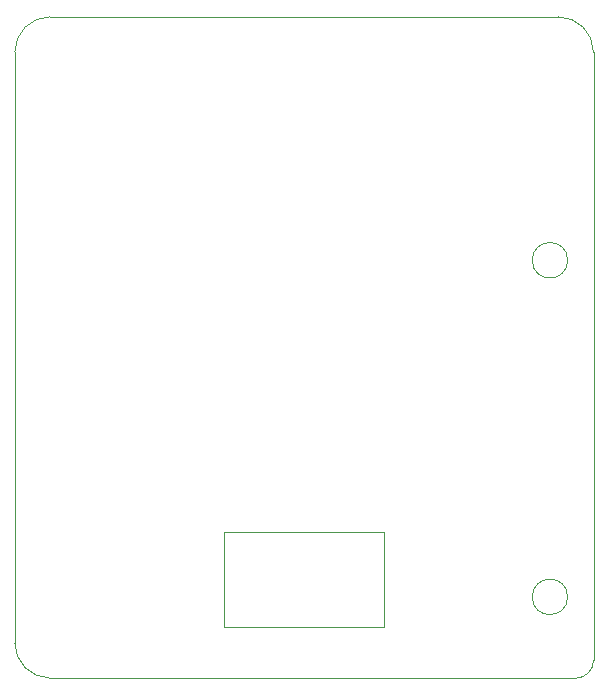
<source format=gm1>
G04 #@! TF.GenerationSoftware,KiCad,Pcbnew,8.0.7*
G04 #@! TF.CreationDate,2025-02-13T09:18:49+05:30*
G04 #@! TF.ProjectId,pico_ov7670_adapter,7069636f-5f6f-4763-9736-37305f616461,Ver 1.0*
G04 #@! TF.SameCoordinates,Original*
G04 #@! TF.FileFunction,Profile,NP*
%FSLAX46Y46*%
G04 Gerber Fmt 4.6, Leading zero omitted, Abs format (unit mm)*
G04 Created by KiCad (PCBNEW 8.0.7) date 2025-02-13 09:18:49*
%MOMM*%
%LPD*%
G01*
G04 APERTURE LIST*
G04 #@! TA.AperFunction,Profile*
%ADD10C,0.050000*%
G04 #@! TD*
G04 #@! TA.AperFunction,Profile*
%ADD11C,0.010000*%
G04 #@! TD*
G04 APERTURE END LIST*
D10*
X137000000Y-120500000D02*
X137000000Y-69000000D01*
X88000000Y-69000000D02*
G75*
G02*
X91000000Y-66000000I3000000J0D01*
G01*
X137000000Y-120500000D02*
G75*
G02*
X135500000Y-122000000I-1500000J0D01*
G01*
X91000000Y-122000000D02*
G75*
G02*
X88000000Y-119000000I0J3000000D01*
G01*
X134000000Y-66000000D02*
G75*
G02*
X137000000Y-69000000I0J-3000000D01*
G01*
X134000000Y-66000000D02*
X91000000Y-66000000D01*
X91000000Y-122000000D02*
X135500000Y-122000000D01*
X88000000Y-69000000D02*
X88000000Y-119000000D01*
X134810000Y-86620000D02*
G75*
G02*
X131810000Y-86620000I-1500000J0D01*
G01*
X131810000Y-86620000D02*
G75*
G02*
X134810000Y-86620000I1500000J0D01*
G01*
X134810000Y-115120000D02*
G75*
G02*
X131810000Y-115120000I-1500000J0D01*
G01*
X131810000Y-115120000D02*
G75*
G02*
X134810000Y-115120000I1500000J0D01*
G01*
D11*
X105750000Y-109630000D02*
X119250000Y-109630000D01*
X105750000Y-117630000D02*
X105750000Y-109630000D01*
X119250000Y-109630000D02*
X119250000Y-117630000D01*
X119250000Y-117630000D02*
X105750000Y-117630000D01*
M02*

</source>
